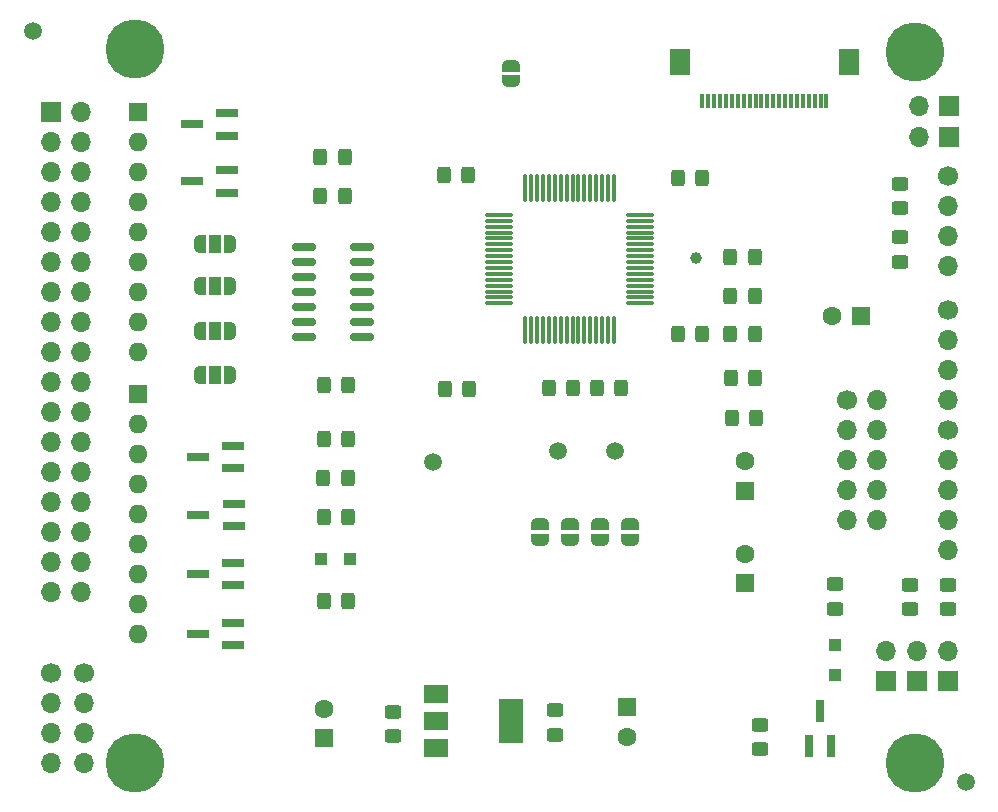
<source format=gbr>
%TF.GenerationSoftware,KiCad,Pcbnew,(5.99.0-11626-g43523df843)*%
%TF.CreationDate,2021-08-18T09:38:13+01:00*%
%TF.ProjectId,OpenFlopsXT_V0.1,4f70656e-466c-46f7-9073-58545f56302e,rev?*%
%TF.SameCoordinates,Original*%
%TF.FileFunction,Soldermask,Top*%
%TF.FilePolarity,Negative*%
%FSLAX46Y46*%
G04 Gerber Fmt 4.6, Leading zero omitted, Abs format (unit mm)*
G04 Created by KiCad (PCBNEW (5.99.0-11626-g43523df843)) date 2021-08-18 09:38:13*
%MOMM*%
%LPD*%
G01*
G04 APERTURE LIST*
G04 Aperture macros list*
%AMRoundRect*
0 Rectangle with rounded corners*
0 $1 Rounding radius*
0 $2 $3 $4 $5 $6 $7 $8 $9 X,Y pos of 4 corners*
0 Add a 4 corners polygon primitive as box body*
4,1,4,$2,$3,$4,$5,$6,$7,$8,$9,$2,$3,0*
0 Add four circle primitives for the rounded corners*
1,1,$1+$1,$2,$3*
1,1,$1+$1,$4,$5*
1,1,$1+$1,$6,$7*
1,1,$1+$1,$8,$9*
0 Add four rect primitives between the rounded corners*
20,1,$1+$1,$2,$3,$4,$5,0*
20,1,$1+$1,$4,$5,$6,$7,0*
20,1,$1+$1,$6,$7,$8,$9,0*
20,1,$1+$1,$8,$9,$2,$3,0*%
%AMFreePoly0*
4,1,22,0.500000,-0.750000,0.000000,-0.750000,0.000000,-0.745033,-0.079941,-0.743568,-0.215256,-0.701293,-0.333266,-0.622738,-0.424486,-0.514219,-0.481581,-0.384460,-0.499164,-0.250000,-0.500000,-0.250000,-0.500000,0.250000,-0.499164,0.250000,-0.499963,0.256109,-0.478152,0.396186,-0.417904,0.524511,-0.324060,0.630769,-0.204165,0.706417,-0.067858,0.745374,0.000000,0.744959,0.000000,0.750000,
0.500000,0.750000,0.500000,-0.750000,0.500000,-0.750000,$1*%
%AMFreePoly1*
4,1,20,0.000000,0.744959,0.073905,0.744508,0.209726,0.703889,0.328688,0.626782,0.421226,0.519385,0.479903,0.390333,0.500000,0.250000,0.500000,-0.250000,0.499851,-0.262216,0.476331,-0.402017,0.414519,-0.529596,0.319384,-0.634700,0.198574,-0.708877,0.061801,-0.746166,0.000000,-0.745033,0.000000,-0.750000,-0.500000,-0.750000,-0.500000,0.750000,0.000000,0.750000,0.000000,0.744959,
0.000000,0.744959,$1*%
%AMFreePoly2*
4,1,22,0.550000,-0.750000,0.000000,-0.750000,0.000000,-0.745033,-0.079941,-0.743568,-0.215256,-0.701293,-0.333266,-0.622738,-0.424486,-0.514219,-0.481581,-0.384460,-0.499164,-0.250000,-0.500000,-0.250000,-0.500000,0.250000,-0.499164,0.250000,-0.499963,0.256109,-0.478152,0.396186,-0.417904,0.524511,-0.324060,0.630769,-0.204165,0.706417,-0.067858,0.745374,0.000000,0.744959,0.000000,0.750000,
0.550000,0.750000,0.550000,-0.750000,0.550000,-0.750000,$1*%
%AMFreePoly3*
4,1,20,0.000000,0.744959,0.073905,0.744508,0.209726,0.703889,0.328688,0.626782,0.421226,0.519385,0.479903,0.390333,0.500000,0.250000,0.500000,-0.250000,0.499851,-0.262216,0.476331,-0.402017,0.414519,-0.529596,0.319384,-0.634700,0.198574,-0.708877,0.061801,-0.746166,0.000000,-0.745033,0.000000,-0.750000,-0.550000,-0.750000,-0.550000,0.750000,0.000000,0.750000,0.000000,0.744959,
0.000000,0.744959,$1*%
G04 Aperture macros list end*
%ADD10RoundRect,0.150000X0.825000X0.150000X-0.825000X0.150000X-0.825000X-0.150000X0.825000X-0.150000X0*%
%ADD11RoundRect,0.250000X0.450000X-0.325000X0.450000X0.325000X-0.450000X0.325000X-0.450000X-0.325000X0*%
%ADD12RoundRect,0.250000X-0.325000X-0.450000X0.325000X-0.450000X0.325000X0.450000X-0.325000X0.450000X0*%
%ADD13FreePoly0,90.000000*%
%ADD14FreePoly1,90.000000*%
%ADD15R,1.700000X1.700000*%
%ADD16O,1.700000X1.700000*%
%ADD17RoundRect,0.250000X-0.450000X0.325000X-0.450000X-0.325000X0.450000X-0.325000X0.450000X0.325000X0*%
%ADD18C,1.500000*%
%ADD19R,1.600000X1.600000*%
%ADD20O,1.600000X1.600000*%
%ADD21R,1.900000X0.800000*%
%ADD22C,1.000000*%
%ADD23R,0.800000X1.900000*%
%ADD24C,1.700000*%
%ADD25RoundRect,0.250000X0.325000X0.450000X-0.325000X0.450000X-0.325000X-0.450000X0.325000X-0.450000X0*%
%ADD26C,5.000000*%
%ADD27R,1.000000X1.000000*%
%ADD28FreePoly2,0.000000*%
%ADD29R,1.000000X1.500000*%
%ADD30FreePoly3,0.000000*%
%ADD31R,0.300000X1.300000*%
%ADD32R,1.800000X2.200000*%
%ADD33R,2.000000X1.500000*%
%ADD34R,2.000000X3.800000*%
%ADD35RoundRect,0.075000X0.075000X-1.075000X0.075000X1.075000X-0.075000X1.075000X-0.075000X-1.075000X0*%
%ADD36RoundRect,0.075000X1.075000X-0.075000X1.075000X0.075000X-1.075000X0.075000X-1.075000X-0.075000X0*%
%ADD37C,1.600000*%
G04 APERTURE END LIST*
D10*
%TO.C,U1*%
X106665800Y-104673400D03*
X106665800Y-103403400D03*
X106665800Y-102133400D03*
X106665800Y-100863400D03*
X106665800Y-99593400D03*
X106665800Y-98323400D03*
X106665800Y-97053400D03*
X101715800Y-97053400D03*
X101715800Y-98323400D03*
X101715800Y-99593400D03*
X101715800Y-100863400D03*
X101715800Y-102133400D03*
X101715800Y-103403400D03*
X101715800Y-104673400D03*
%TD*%
D11*
%TO.C,R11*%
X140309600Y-139556600D03*
X140309600Y-137506600D03*
%TD*%
D12*
%TO.C,C7*%
X133341000Y-104394000D03*
X135391000Y-104394000D03*
%TD*%
D11*
%TO.C,R9*%
X152200000Y-93755000D03*
X152200000Y-91705000D03*
%TD*%
D13*
%TO.C,JP6*%
X124206000Y-121808000D03*
D14*
X124206000Y-120508000D03*
%TD*%
D11*
%TO.C,R20*%
X153050000Y-127655000D03*
X153050000Y-125605000D03*
%TD*%
D15*
%TO.C,P1*%
X80259000Y-85593000D03*
D16*
X82799000Y-85593000D03*
X80259000Y-88133000D03*
X82799000Y-88133000D03*
X80259000Y-90673000D03*
X82799000Y-90673000D03*
X80259000Y-93213000D03*
X82799000Y-93213000D03*
X80259000Y-95753000D03*
X82799000Y-95753000D03*
X80259000Y-98293000D03*
X82799000Y-98293000D03*
X80259000Y-100833000D03*
X82799000Y-100833000D03*
X80259000Y-103373000D03*
X82799000Y-103373000D03*
X80259000Y-105913000D03*
X82799000Y-105913000D03*
X80259000Y-108453000D03*
X82799000Y-108453000D03*
X80259000Y-110993000D03*
X82799000Y-110993000D03*
X80259000Y-113533000D03*
X82799000Y-113533000D03*
X80259000Y-116073000D03*
X82799000Y-116073000D03*
X80259000Y-118613000D03*
X82799000Y-118613000D03*
X80259000Y-121153000D03*
X82799000Y-121153000D03*
X80259000Y-123693000D03*
X82799000Y-123693000D03*
X80259000Y-126233000D03*
X82799000Y-126233000D03*
%TD*%
D17*
%TO.C,C18*%
X122950000Y-136255000D03*
X122950000Y-138305000D03*
%TD*%
D18*
%TO.C,Y1*%
X123190000Y-114300000D03*
X128070000Y-114300000D03*
%TD*%
D19*
%TO.C,RN2*%
X87630000Y-109459000D03*
D20*
X87630000Y-111999000D03*
X87630000Y-114539000D03*
X87630000Y-117079000D03*
X87630000Y-119619000D03*
X87630000Y-122159000D03*
X87630000Y-124699000D03*
X87630000Y-127239000D03*
X87630000Y-129779000D03*
%TD*%
D12*
%TO.C,R5*%
X103369000Y-119888000D03*
X105419000Y-119888000D03*
%TD*%
D18*
%TO.C,FID3*%
X112650000Y-115255000D03*
%TD*%
D21*
%TO.C,Q2*%
X95734000Y-115758000D03*
X95734000Y-113858000D03*
X92734000Y-114808000D03*
%TD*%
D13*
%TO.C,JP5*%
X121666000Y-121808000D03*
D14*
X121666000Y-120508000D03*
%TD*%
D22*
%TO.C,TP1*%
X134874000Y-97930000D03*
%TD*%
D12*
%TO.C,R6*%
X103106000Y-89408000D03*
X105156000Y-89408000D03*
%TD*%
D23*
%TO.C,Q7*%
X144465000Y-139269600D03*
X146365000Y-139269600D03*
X145415000Y-136269600D03*
%TD*%
D15*
%TO.C,J4*%
X156250000Y-133730000D03*
D16*
X156250000Y-131190000D03*
%TD*%
D13*
%TO.C,JP7*%
X126746000Y-121808000D03*
D14*
X126746000Y-120508000D03*
%TD*%
D24*
%TO.C,P2*%
X80264000Y-133096000D03*
D16*
X80264000Y-135636000D03*
X80264000Y-138176000D03*
X80264000Y-140716000D03*
%TD*%
D25*
%TO.C,C4*%
X139861400Y-104380000D03*
X137811400Y-104380000D03*
%TD*%
D12*
%TO.C,R2*%
X103369000Y-113284000D03*
X105419000Y-113284000D03*
%TD*%
D25*
%TO.C,C10*%
X140000000Y-111530000D03*
X137950000Y-111530000D03*
%TD*%
D12*
%TO.C,C5*%
X126483000Y-108966000D03*
X128533000Y-108966000D03*
%TD*%
D24*
%TO.C,P7*%
X156200000Y-102362000D03*
D16*
X156200000Y-104902000D03*
X156200000Y-107442000D03*
X156200000Y-109982000D03*
%TD*%
D26*
%TO.C,H2*%
X153420000Y-140720000D03*
%TD*%
D13*
%TO.C,JP8*%
X129286000Y-121808000D03*
D14*
X129286000Y-120508000D03*
%TD*%
D25*
%TO.C,R4*%
X105419000Y-127000000D03*
X103369000Y-127000000D03*
%TD*%
D27*
%TO.C,D1*%
X105644000Y-123444000D03*
X103144000Y-123444000D03*
%TD*%
D12*
%TO.C,C8*%
X133341000Y-91186000D03*
X135391000Y-91186000D03*
%TD*%
D26*
%TO.C,H1*%
X153420000Y-80514000D03*
%TD*%
D25*
%TO.C,C3*%
X124469000Y-108966000D03*
X122419000Y-108966000D03*
%TD*%
D24*
%TO.C,P8*%
X156200000Y-90980000D03*
D16*
X156200000Y-93520000D03*
X156200000Y-96060000D03*
X156200000Y-98600000D03*
%TD*%
D26*
%TO.C,H3*%
X87376000Y-80264000D03*
%TD*%
D19*
%TO.C,RN1*%
X87630000Y-85583000D03*
D20*
X87630000Y-88123000D03*
X87630000Y-90663000D03*
X87630000Y-93203000D03*
X87630000Y-95743000D03*
X87630000Y-98283000D03*
X87630000Y-100823000D03*
X87630000Y-103363000D03*
X87630000Y-105903000D03*
%TD*%
D28*
%TO.C,JP3*%
X92883200Y-104140000D03*
D29*
X94183200Y-104140000D03*
D30*
X95483200Y-104140000D03*
%TD*%
D12*
%TO.C,R10*%
X137825000Y-101180000D03*
X139875000Y-101180000D03*
%TD*%
D15*
%TO.C,J3*%
X153600000Y-133730000D03*
D16*
X153600000Y-131190000D03*
%TD*%
D25*
%TO.C,R13*%
X139925000Y-108130000D03*
X137875000Y-108130000D03*
%TD*%
D21*
%TO.C,Q6*%
X95214617Y-87596793D03*
X95214617Y-85696793D03*
X92214617Y-86646793D03*
%TD*%
D31*
%TO.C,J5*%
X135450000Y-84630000D03*
X135950000Y-84630000D03*
X136450000Y-84630000D03*
X136950000Y-84630000D03*
X137450000Y-84630000D03*
X137950000Y-84630000D03*
X138450000Y-84630000D03*
X138950000Y-84630000D03*
X139450000Y-84630000D03*
X139950000Y-84630000D03*
X140450000Y-84630000D03*
X140950000Y-84630000D03*
X141450000Y-84630000D03*
X141950000Y-84630000D03*
X142450000Y-84630000D03*
X142950000Y-84630000D03*
X143450000Y-84630000D03*
X143950000Y-84630000D03*
X144450000Y-84630000D03*
X144950000Y-84630000D03*
X145450000Y-84630000D03*
X145950000Y-84630000D03*
D32*
X147850000Y-81380000D03*
X133550000Y-81380000D03*
%TD*%
D21*
%TO.C,Q5*%
X95734000Y-125664000D03*
X95734000Y-123764000D03*
X92734000Y-124714000D03*
%TD*%
D28*
%TO.C,JP2*%
X92871817Y-100330000D03*
D29*
X94171817Y-100330000D03*
D30*
X95471817Y-100330000D03*
%TD*%
D33*
%TO.C,U4*%
X112928000Y-134860001D03*
X112928000Y-137160001D03*
D34*
X119228000Y-137160001D03*
D33*
X112928000Y-139460001D03*
%TD*%
D18*
%TO.C,FID2*%
X157725000Y-142330000D03*
%TD*%
D35*
%TO.C,U3*%
X120456000Y-104044000D03*
X120956000Y-104044000D03*
X121456000Y-104044000D03*
X121956000Y-104044000D03*
X122456000Y-104044000D03*
X122956000Y-104044000D03*
X123456000Y-104044000D03*
X123956000Y-104044000D03*
X124456000Y-104044000D03*
X124956000Y-104044000D03*
X125456000Y-104044000D03*
X125956000Y-104044000D03*
X126456000Y-104044000D03*
X126956000Y-104044000D03*
X127456000Y-104044000D03*
X127956000Y-104044000D03*
D36*
X130206000Y-101794000D03*
X130206000Y-101294000D03*
X130206000Y-100794000D03*
X130206000Y-100294000D03*
X130206000Y-99794000D03*
X130206000Y-99294000D03*
X130206000Y-98794000D03*
X130206000Y-98294000D03*
X130206000Y-97794000D03*
X130206000Y-97294000D03*
X130206000Y-96794000D03*
X130206000Y-96294000D03*
X130206000Y-95794000D03*
X130206000Y-95294000D03*
X130206000Y-94794000D03*
X130206000Y-94294000D03*
D35*
X127956000Y-92044000D03*
X127456000Y-92044000D03*
X126956000Y-92044000D03*
X126456000Y-92044000D03*
X125956000Y-92044000D03*
X125456000Y-92044000D03*
X124956000Y-92044000D03*
X124456000Y-92044000D03*
X123956000Y-92044000D03*
X123456000Y-92044000D03*
X122956000Y-92044000D03*
X122456000Y-92044000D03*
X121956000Y-92044000D03*
X121456000Y-92044000D03*
X120956000Y-92044000D03*
X120456000Y-92044000D03*
D36*
X118206000Y-94294000D03*
X118206000Y-94794000D03*
X118206000Y-95294000D03*
X118206000Y-95794000D03*
X118206000Y-96294000D03*
X118206000Y-96794000D03*
X118206000Y-97294000D03*
X118206000Y-97794000D03*
X118206000Y-98294000D03*
X118206000Y-98794000D03*
X118206000Y-99294000D03*
X118206000Y-99794000D03*
X118206000Y-100294000D03*
X118206000Y-100794000D03*
X118206000Y-101294000D03*
X118206000Y-101794000D03*
%TD*%
D21*
%TO.C,Q3*%
X95758000Y-120650000D03*
X95758000Y-118750000D03*
X92758000Y-119700000D03*
%TD*%
D15*
%TO.C,J1*%
X156300000Y-87680000D03*
D16*
X153760000Y-87680000D03*
%TD*%
D11*
%TO.C,R12*%
X146659600Y-127644000D03*
X146659600Y-125594000D03*
%TD*%
D13*
%TO.C,JC1*%
X119200000Y-82980000D03*
D14*
X119200000Y-81680000D03*
%TD*%
D18*
%TO.C,FID1*%
X78740000Y-78740000D03*
%TD*%
D26*
%TO.C,H4*%
X87370000Y-140720000D03*
%TD*%
D19*
%TO.C,C11*%
X148882380Y-102880000D03*
D37*
X146382380Y-102880000D03*
%TD*%
D27*
%TO.C,D2*%
X146685000Y-130728400D03*
X146685000Y-133228400D03*
%TD*%
D12*
%TO.C,C20*%
X103375000Y-108730000D03*
X105425000Y-108730000D03*
%TD*%
D15*
%TO.C,J2*%
X156300000Y-85080000D03*
D16*
X153760000Y-85080000D03*
%TD*%
D19*
%TO.C,C1*%
X103378000Y-138596381D03*
D37*
X103378000Y-136096381D03*
%TD*%
D17*
%TO.C,R8*%
X152200000Y-96205000D03*
X152200000Y-98255000D03*
%TD*%
D11*
%TO.C,R21*%
X156250000Y-127655000D03*
X156250000Y-125605000D03*
%TD*%
D15*
%TO.C,P9*%
X150950000Y-133730000D03*
D16*
X150950000Y-131190000D03*
%TD*%
D24*
%TO.C,P3*%
X83058000Y-133096000D03*
D16*
X83058000Y-135636000D03*
X83058000Y-138176000D03*
X83058000Y-140716000D03*
%TD*%
D19*
%TO.C,C17*%
X139065000Y-117678200D03*
D37*
X139065000Y-115178200D03*
%TD*%
D28*
%TO.C,JP4*%
X92883200Y-107883700D03*
D29*
X94183200Y-107883700D03*
D30*
X95483200Y-107883700D03*
%TD*%
D21*
%TO.C,Q1*%
X95214617Y-92422793D03*
X95214617Y-90522793D03*
X92214617Y-91472793D03*
%TD*%
D11*
%TO.C,C23*%
X109250000Y-138405000D03*
X109250000Y-136355000D03*
%TD*%
D21*
%TO.C,Q4*%
X95734000Y-130744000D03*
X95734000Y-128844000D03*
X92734000Y-129794000D03*
%TD*%
D25*
%TO.C,C9*%
X115725000Y-109030000D03*
X113675000Y-109030000D03*
%TD*%
D19*
%TO.C,C19*%
X139090400Y-125476000D03*
D37*
X139090400Y-122976000D03*
%TD*%
D19*
%TO.C,C2*%
X129032000Y-135977621D03*
D37*
X129032000Y-138477621D03*
%TD*%
D12*
%TO.C,R1*%
X103106000Y-92710000D03*
X105156000Y-92710000D03*
%TD*%
D24*
%TO.C,P4*%
X147675000Y-109955000D03*
D16*
X150215000Y-109955000D03*
X147675000Y-112495000D03*
X150215000Y-112495000D03*
X147675000Y-115035000D03*
X150215000Y-115035000D03*
X147675000Y-117575000D03*
X150215000Y-117575000D03*
X147675000Y-120115000D03*
X150215000Y-120115000D03*
%TD*%
D12*
%TO.C,R3*%
X103360000Y-116586000D03*
X105410000Y-116586000D03*
%TD*%
D24*
%TO.C,P6*%
X156200000Y-112500000D03*
D16*
X156200000Y-115040000D03*
X156200000Y-117580000D03*
X156200000Y-120120000D03*
X156200000Y-122660000D03*
%TD*%
D28*
%TO.C,JP1*%
X92883200Y-96774000D03*
D29*
X94183200Y-96774000D03*
D30*
X95483200Y-96774000D03*
%TD*%
D25*
%TO.C,R7*%
X139875000Y-97830000D03*
X137825000Y-97830000D03*
%TD*%
%TO.C,C6*%
X115579000Y-90932000D03*
X113529000Y-90932000D03*
%TD*%
M02*

</source>
